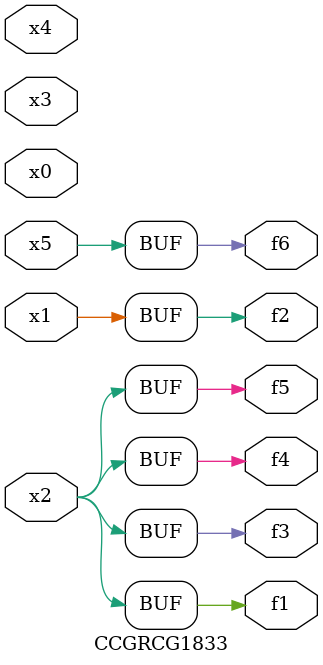
<source format=v>
module CCGRCG1833(
	input x0, x1, x2, x3, x4, x5,
	output f1, f2, f3, f4, f5, f6
);
	assign f1 = x2;
	assign f2 = x1;
	assign f3 = x2;
	assign f4 = x2;
	assign f5 = x2;
	assign f6 = x5;
endmodule

</source>
